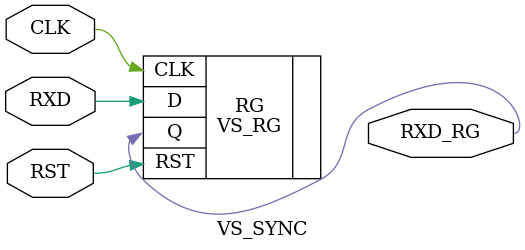
<source format=v>
`timescale 1ns / 1ps


module VS_SYNC(
    input CLK,
    input RXD,
    input RST,
    output RXD_RG
    );

VS_RG RG(
    .CLK(CLK),
    .D(RXD),
    .RST(RST),
    .Q(RXD_RG)
);


endmodule

</source>
